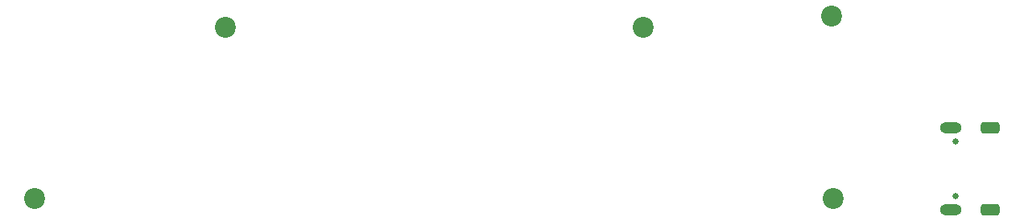
<source format=gbr>
%TF.GenerationSoftware,KiCad,Pcbnew,9.0.7*%
%TF.CreationDate,2026-02-03T10:56:02-06:00*%
%TF.ProjectId,FocusBeam,466f6375-7342-4656-916d-2e6b69636164,rev?*%
%TF.SameCoordinates,Original*%
%TF.FileFunction,Soldermask,Bot*%
%TF.FilePolarity,Negative*%
%FSLAX46Y46*%
G04 Gerber Fmt 4.6, Leading zero omitted, Abs format (unit mm)*
G04 Created by KiCad (PCBNEW 9.0.7) date 2026-02-03 10:56:02*
%MOMM*%
%LPD*%
G01*
G04 APERTURE LIST*
G04 Aperture macros list*
%AMRoundRect*
0 Rectangle with rounded corners*
0 $1 Rounding radius*
0 $2 $3 $4 $5 $6 $7 $8 $9 X,Y pos of 4 corners*
0 Add a 4 corners polygon primitive as box body*
4,1,4,$2,$3,$4,$5,$6,$7,$8,$9,$2,$3,0*
0 Add four circle primitives for the rounded corners*
1,1,$1+$1,$2,$3*
1,1,$1+$1,$4,$5*
1,1,$1+$1,$6,$7*
1,1,$1+$1,$8,$9*
0 Add four rect primitives between the rounded corners*
20,1,$1+$1,$2,$3,$4,$5,0*
20,1,$1+$1,$4,$5,$6,$7,0*
20,1,$1+$1,$6,$7,$8,$9,0*
20,1,$1+$1,$8,$9,$2,$3,0*%
G04 Aperture macros list end*
%ADD10C,2.200000*%
%ADD11C,0.650000*%
%ADD12O,2.304000X1.204000*%
%ADD13RoundRect,0.301000X0.701000X-0.301000X0.701000X0.301000X-0.701000X0.301000X-0.701000X-0.301000X0*%
G04 APERTURE END LIST*
D10*
%TO.C,REF\u002A\u002A*%
X157000000Y-92000000D03*
%TD*%
%TO.C,REF\u002A\u002A*%
X137000000Y-74000000D03*
%TD*%
%TO.C,REF\u002A\u002A*%
X93000000Y-74000000D03*
%TD*%
%TO.C,REF\u002A\u002A*%
X156770000Y-72770000D03*
%TD*%
%TO.C,REF\u002A\u002A*%
X73000000Y-92000000D03*
%TD*%
D11*
%TO.C,P1*%
X169800000Y-91800000D03*
X169800000Y-86020000D03*
D12*
X169300000Y-93230000D03*
X169300000Y-84590000D03*
D13*
X173480000Y-93230000D03*
X173480000Y-84590000D03*
%TD*%
M02*

</source>
